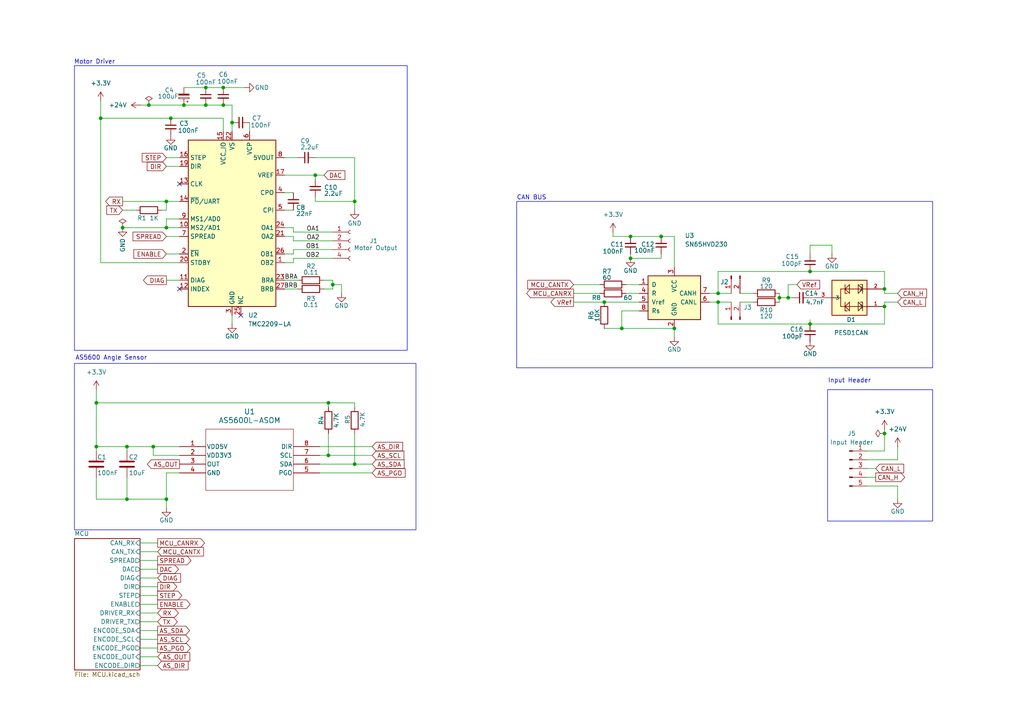
<source format=kicad_sch>
(kicad_sch (version 20250114) (generator "eeschema") (generator_version "9.0")
  (paper "A4")
  (lib_symbols
    (symbol "AS5600L:AS5600L-ASOM" (pin_names (offset 0.254))
      (property "Reference" "U" (at 20.32 10.16 0))
      (property "Value" "AS5600L-ASOM" (at 20.32 7.62 0))
      (symbol "AS5600L-ASOM_0_1"
        (polyline (pts (xy 7.62 5.08) (xy 7.62 -12.7)) (stroke (width 0.127)))
        (polyline (pts (xy 7.62 -12.7) (xy 33.02 -12.7)) (stroke (width 0.127)))
        (polyline (pts (xy 33.02 5.08) (xy 7.62 5.08)) (stroke (width 0.127)))
        (polyline (pts (xy 33.02 -12.7) (xy 33.02 5.08)) (stroke (width 0.127)))
        (pin unspecified line (at 0 0 0) (length 7.62) (name "VDD5V") (number "1"))
        (pin unspecified line (at 0 -2.54 0) (length 7.62) (name "VDD3V3") (number "2"))
        (pin unspecified line (at 0 -5.08 0) (length 7.62) (name "OUT") (number "3"))
        (pin unspecified line (at 0 -7.62 0) (length 7.62) (name "GND") (number "4"))
        (pin unspecified line (at 40.64 0 180) (length 7.62) (name "DIR") (number "8"))
        (pin unspecified line (at 40.64 -2.54 180) (length 7.62) (name "SCL") (number "7"))
        (pin unspecified line (at 40.64 -5.08 180) (length 7.62) (name "SDA") (number "6"))
        (pin unspecified line (at 40.64 -7.62 180) (length 7.62) (name "PGO") (number "5"))
      )
    )
    (symbol "Connector:Conn_01x02_Pin" (pin_names (offset 1.016) (hide yes))
      (property "Reference" "J" (at 0 2.54 0))
      (property "Value" "Conn_01x02_Pin" (at 0 -5.08 0))
      (symbol "Conn_01x02_Pin_1_1"
        (rectangle (start 0.8636 0.127) (end 0 -0.127) (stroke (width 0.1524)) (fill (type outline)))
        (rectangle (start 0.8636 -2.413) (end 0 -2.667) (stroke (width 0.1524)) (fill (type outline)))
        (polyline (pts (xy 1.27 0) (xy 0.8636 0)) (stroke (width 0.1524)))
        (polyline (pts (xy 1.27 -2.54) (xy 0.8636 -2.54)) (stroke (width 0.1524)))
        (pin passive line (at 5.08 0 180) (length 3.81) (name "Pin_1") (number "1"))
        (pin passive line (at 5.08 -2.54 180) (length 3.81) (name "Pin_2") (number "2"))
      )
    )
    (symbol "Connector:Conn_01x04_Socket" (pin_names (offset 1.016) (hide yes))
      (property "Reference" "J" (at 0 5.08 0))
      (property "Value" "Conn_01x04_Socket" (at 0 -7.62 0))
      (symbol "Conn_01x04_Socket_1_1"
        (polyline (pts (xy -1.27 2.54) (xy -0.508 2.54)) (stroke (width 0.1524)))
        (polyline (pts (xy -1.27 0) (xy -0.508 0)) (stroke (width 0.1524)))
        (polyline (pts (xy -1.27 -2.54) (xy -0.508 -2.54)) (stroke (width 0.1524)))
        (polyline (pts (xy -1.27 -5.08) (xy -0.508 -5.08)) (stroke (width 0.1524)))
        (arc (start 0 2.032) (mid -0.5058 2.54) (end 0 3.048) (stroke (width 0.1524)))
        (arc (start 0 -0.508) (mid -0.5058 0) (end 0 0.508) (stroke (width 0.1524)))
        (arc (start 0 -3.048) (mid -0.5058 -2.54) (end 0 -2.032) (stroke (width 0.1524)))
        (arc (start 0 -5.588) (mid -0.5058 -5.08) (end 0 -4.572) (stroke (width 0.1524)))
        (pin passive line (at -5.08 2.54 0) (length 3.81) (name "Pin_1") (number "1"))
        (pin passive line (at -5.08 0 0) (length 3.81) (name "Pin_2") (number "2"))
        (pin passive line (at -5.08 -2.54 0) (length 3.81) (name "Pin_3") (number "3"))
        (pin passive line (at -5.08 -5.08 0) (length 3.81) (name "Pin_4") (number "4"))
      )
    )
    (symbol "Connector:Conn_01x05_Pin" (pin_names (offset 1.016) (hide yes))
      (property "Reference" "J" (at 0 7.62 0))
      (property "Value" "Conn_01x05_Pin" (at 0 -7.62 0))
      (symbol "Conn_01x05_Pin_1_1"
        (rectangle (start 0.8636 5.207) (end 0 4.953) (stroke (width 0.1524)) (fill (type outline)))
        (rectangle (start 0.8636 2.667) (end 0 2.413) (stroke (width 0.1524)) (fill (type outline)))
        (rectangle (start 0.8636 0.127) (end 0 -0.127) (stroke (width 0.1524)) (fill (type outline)))
        (rectangle (start 0.8636 -2.413) (end 0 -2.667) (stroke (width 0.1524)) (fill (type outline)))
        (rectangle (start 0.8636 -4.953) (end 0 -5.207) (stroke (width 0.1524)) (fill (type outline)))
        (polyline (pts (xy 1.27 5.08) (xy 0.8636 5.08)) (stroke (width 0.1524)))
        (polyline (pts (xy 1.27 2.54) (xy 0.8636 2.54)) (stroke (width 0.1524)))
        (polyline (pts (xy 1.27 0) (xy 0.8636 0)) (stroke (width 0.1524)))
        (polyline (pts (xy 1.27 -2.54) (xy 0.8636 -2.54)) (stroke (width 0.1524)))
        (polyline (pts (xy 1.27 -5.08) (xy 0.8636 -5.08)) (stroke (width 0.1524)))
        (pin passive line (at 5.08 5.08 180) (length 3.81) (name "Pin_1") (number "1"))
        (pin passive line (at 5.08 2.54 180) (length 3.81) (name "Pin_2") (number "2"))
        (pin passive line (at 5.08 0 180) (length 3.81) (name "Pin_3") (number "3"))
        (pin passive line (at 5.08 -2.54 180) (length 3.81) (name "Pin_4") (number "4"))
        (pin passive line (at 5.08 -5.08 180) (length 3.81) (name "Pin_5") (number "5"))
      )
    )
    (symbol "Device:C" (pin_numbers (hide yes)) (pin_names (offset 0.254))
      (property "Reference" "C" (at 0.635 2.54 0))
      (property "Value" "C" (at 0.635 -2.54 0))
      (symbol "C_0_1"
        (polyline (pts (xy -2.032 0.762) (xy 2.032 0.762)) (stroke (width 0.508)))
        (polyline (pts (xy -2.032 -0.762) (xy 2.032 -0.762)) (stroke (width 0.508)))
      )
      (symbol "C_1_1"
        (pin passive line (at 0 3.81 270) (length 2.794) (name "~") (number "1"))
        (pin passive line (at 0 -3.81 90) (length 2.794) (name "~") (number "2"))
      )
    )
    (symbol "Device:C_Polarized_Small" (pin_numbers (hide yes)) (pin_names (offset 0.254) (hide yes))
      (property "Reference" "C" (at 0.254 1.778 0))
      (property "Value" "C_Polarized_Small" (at 0.254 -2.032 0))
      (symbol "C_Polarized_Small_0_1"
        (rectangle (start -1.524 0.6858) (end 1.524 0.3048))
        (rectangle (start -1.524 -0.3048) (end 1.524 -0.6858) (fill (type outline)))
        (polyline (pts (xy -1.27 1.524) (xy -0.762 1.524)))
        (polyline (pts (xy -1.016 1.27) (xy -1.016 1.778)))
      )
      (symbol "C_Polarized_Small_1_1"
        (pin passive line (at 0 2.54 270) (length 1.8542) (name "~") (number "1"))
        (pin passive line (at 0 -2.54 90) (length 1.8542) (name "~") (number "2"))
      )
    )
    (symbol "Device:C_Small" (pin_numbers (hide yes)) (pin_names (offset 0.254) (hide yes))
      (property "Reference" "C" (at 0.254 1.778 0))
      (property "Value" "C_Small" (at 0.254 -2.032 0))
      (symbol "C_Small_0_1"
        (polyline (pts (xy -1.524 0.508) (xy 1.524 0.508)) (stroke (width 0.3048)))
        (polyline (pts (xy -1.524 -0.508) (xy 1.524 -0.508)) (stroke (width 0.3302)))
      )
      (symbol "C_Small_1_1"
        (pin passive line (at 0 2.54 270) (length 2.032) (name "~") (number "1"))
        (pin passive line (at 0 -2.54 90) (length 2.032) (name "~") (number "2"))
      )
    )
    (symbol "Device:R" (pin_numbers (hide yes)) (pin_names (offset 0))
      (property "Reference" "R" (at 2.032 0 90))
      (property "Value" "R" (at 0 0 90))
      (symbol "R_0_1"
        (rectangle (start -1.016 -2.54) (end 1.016 2.54) (stroke (width 0.254)))
      )
      (symbol "R_1_1"
        (pin passive line (at 0 3.81 270) (length 1.27) (name "~") (number "1"))
        (pin passive line (at 0 -3.81 90) (length 1.27) (name "~") (number "2"))
      )
    )
    (symbol "Driver_Motor:TMC2209-LA"
      (property "Reference" "U" (at -11.684 26.924 0))
      (property "Value" "TMC2209-LA" (at 13.208 26.924 0))
      (symbol "TMC2209-LA_0_1"
        (rectangle (start -12.7 25.4) (end 12.7 -22.86) (stroke (width 0.254)) (fill (type background)))
      )
      (symbol "TMC2209-LA_1_1"
        (pin input line (at -15.24 20.32 0) (length 2.54) (name "STEP") (number "16"))
        (pin input line (at -15.24 17.78 0) (length 2.54) (name "DIR") (number "19"))
        (pin input line (at -15.24 12.7 0) (length 2.54) (name "CLK") (number "13"))
        (pin bidirectional line (at -15.24 7.62 0) (length 2.54) (name "~{PD}/UART") (number "14"))
        (pin input line (at -15.24 2.54 0) (length 2.54) (name "MS1/AD0") (number "9"))
        (pin input line (at -15.24 0 0) (length 2.54) (name "MS2/AD1") (number "10"))
        (pin input line (at -15.24 -2.54 0) (length 2.54) (name "SPREAD") (number "7"))
        (pin input line (at -15.24 -7.62 0) (length 2.54) (name "~{EN}") (number "2"))
        (pin input line (at -15.24 -10.16 0) (length 2.54) (name "STDBY") (number "20"))
        (pin output line (at -15.24 -15.24 0) (length 2.54) (name "DIAG") (number "11"))
        (pin output line (at -15.24 -17.78 0) (length 2.54) (name "INDEX") (number "12"))
        (pin power_in line (at -2.54 27.94 270) (length 2.54) (name "VCC_IO") (number "15"))
        (pin power_in line (at 0 27.94 270) (length 2.54) (name "VS") (number "22"))
        (pin passive line (at 0 27.94 270) (length 2.54) (hide yes) (name "VS") (number "28"))
        (pin passive line (at 0 -25.4 90) (length 2.54) (hide yes) (name "GND") (number "18"))
        (pin passive line (at 0 -25.4 90) (length 2.54) (hide yes) (name "GND") (number "29"))
        (pin power_in line (at 0 -25.4 90) (length 2.54) (name "GND") (number "3"))
        (pin passive line (at 2.54 -25.4 90) (length 2.54) (name "NC") (number "25"))
        (pin output line (at 5.08 27.94 270) (length 2.54) (name "VCP") (number "6"))
        (pin power_out line (at 15.24 20.32 180) (length 2.54) (name "5VOUT") (number "8"))
        (pin passive line (at 15.24 15.24 180) (length 2.54) (name "VREF") (number "17"))
        (pin input line (at 15.24 10.16 180) (length 2.54) (name "CPO") (number "4"))
        (pin input line (at 15.24 5.08 180) (length 2.54) (name "CPI") (number "5"))
        (pin output line (at 15.24 0 180) (length 2.54) (name "OA1") (number "24"))
        (pin output line (at 15.24 -2.54 180) (length 2.54) (name "OA2") (number "21"))
        (pin output line (at 15.24 -7.62 180) (length 2.54) (name "OB1") (number "26"))
        (pin output line (at 15.24 -10.16 180) (length 2.54) (name "OB2") (number "1"))
        (pin input line (at 15.24 -15.24 180) (length 2.54) (name "BRA") (number "23"))
        (pin input line (at 15.24 -17.78 180) (length 2.54) (name "BRB") (number "27"))
      )
    )
    (symbol "Interface_CAN_LIN:SN65HVD230" (pin_names (offset 1.016))
      (property "Reference" "U" (at -2.54 10.16 0))
      (property "Value" "SN65HVD230" (at -2.54 7.62 0))
      (symbol "SN65HVD230_0_1"
        (rectangle (start -7.62 5.08) (end 7.62 -7.62) (stroke (width 0.254)) (fill (type background)))
      )
      (symbol "SN65HVD230_1_1"
        (pin input line (at -10.16 2.54 0) (length 2.54) (name "D") (number "1"))
        (pin output line (at -10.16 0 0) (length 2.54) (name "R") (number "4"))
        (pin output line (at -10.16 -2.54 0) (length 2.54) (name "Vref") (number "5"))
        (pin input line (at -10.16 -5.08 0) (length 2.54) (name "Rs") (number "8"))
        (pin power_in line (at 0 7.62 270) (length 2.54) (name "VCC") (number "3"))
        (pin power_in line (at 0 -10.16 90) (length 2.54) (name "GND") (number "2"))
        (pin bidirectional line (at 10.16 0 180) (length 2.54) (name "CANH") (number "7"))
        (pin bidirectional line (at 10.16 -2.54 180) (length 2.54) (name "CANL") (number "6"))
      )
    )
    (symbol "PESD1CAN:PESD1CAN" (pin_names (offset 1.016))
      (property "Reference" "D" (at 0 11.4366 0))
      (property "Value" "PESD1CAN" (at 0 -2.542 0))
      (symbol "PESD1CAN_0_0"
        (polyline (pts (xy 0 7.62) (xy 1.27 7.62)) (stroke (width 0.2032)))
        (polyline (pts (xy 0 2.54) (xy 1.27 2.54)) (stroke (width 0.2032)))
        (rectangle (start 0 0) (end 10.16 10.16) (stroke (width 0.254)) (fill (type background)))
        (polyline (pts (xy 1.27 8.89) (xy 1.27 7.62)) (stroke (width 0.2032)))
        (polyline (pts (xy 1.27 7.62) (xy 1.27 6.35)) (stroke (width 0.2032)))
        (polyline (pts (xy 1.27 7.62) (xy 2.54 8.89)) (stroke (width 0.2032)))
        (polyline (pts (xy 1.27 7.62) (xy 6.35 7.62)) (stroke (width 0.2032)))
        (polyline (pts (xy 1.27 6.35) (xy 1.905 6.35)) (stroke (width 0.2032)))
        (polyline (pts (xy 1.27 3.81) (xy 1.27 2.54)) (stroke (width 0.2032)))
        (polyline (pts (xy 1.27 2.54) (xy 1.27 1.27)) (stroke (width 0.2032)))
        (polyline (pts (xy 1.27 2.54) (xy 2.54 3.81)) (stroke (width 0.2032)))
        (polyline (pts (xy 1.27 2.54) (xy 6.35 2.54)) (stroke (width 0.2032)))
        (polyline (pts (xy 1.27 1.27) (xy 1.905 1.27)) (stroke (width 0.2032)))
        (polyline (pts (xy 2.54 8.89) (xy 2.54 6.35)) (stroke (width 0.2032)))
        (polyline (pts (xy 2.54 6.35) (xy 1.27 7.62)) (stroke (width 0.2032)))
        (polyline (pts (xy 2.54 3.81) (xy 2.54 1.27)) (stroke (width 0.2032)))
        (polyline (pts (xy 2.54 1.27) (xy 1.27 2.54)) (stroke (width 0.2032)))
        (polyline (pts (xy 5.08 8.89) (xy 5.08 6.35)) (stroke (width 0.2032)))
        (polyline (pts (xy 5.08 6.35) (xy 6.35 7.62)) (stroke (width 0.2032)))
        (polyline (pts (xy 5.08 3.81) (xy 5.08 1.27)) (stroke (width 0.2032)))
        (polyline (pts (xy 5.08 1.27) (xy 6.35 2.54)) (stroke (width 0.2032)))
        (polyline (pts (xy 6.35 8.89) (xy 5.715 8.89)) (stroke (width 0.2032)))
        (polyline (pts (xy 6.35 7.62) (xy 5.08 8.89)) (stroke (width 0.2032)))
        (polyline (pts (xy 6.35 7.62) (xy 6.35 8.89)) (stroke (width 0.2032)))
        (polyline (pts (xy 6.35 7.62) (xy 7.62 7.62)) (stroke (width 0.2032)))
        (polyline (pts (xy 6.35 6.35) (xy 6.35 7.62)) (stroke (width 0.2032)))
        (polyline (pts (xy 6.35 3.81) (xy 5.715 3.81)) (stroke (width 0.2032)))
        (polyline (pts (xy 6.35 2.54) (xy 5.08 3.81)) (stroke (width 0.2032)))
        (polyline (pts (xy 6.35 2.54) (xy 6.35 3.81)) (stroke (width 0.2032)))
        (polyline (pts (xy 6.35 2.54) (xy 7.62 2.54)) (stroke (width 0.2032)))
        (polyline (pts (xy 6.35 1.27) (xy 6.35 2.54)) (stroke (width 0.2032)))
        (polyline (pts (xy 7.62 7.62) (xy 7.62 5.08)) (stroke (width 0.2032)))
        (polyline (pts (xy 7.62 5.08) (xy 7.62 2.54)) (stroke (width 0.2032)))
        (polyline (pts (xy 7.62 5.08) (xy 10.16 5.08)) (stroke (width 0.2032)))
        (pin bidirectional line (at -5.08 7.62 0) (length 5.08) (name "1") (number "1"))
        (pin bidirectional line (at -5.08 2.54 0) (length 5.08) (name "2") (number "2"))
        (pin bidirectional line (at 15.24 5.08 180) (length 5.08) (name "3") (number "3"))
      )
    )
    (symbol "power:+24V" (power) (pin_numbers (hide yes)) (pin_names (offset 0) (hide yes))
      (property "Value" "+24V" (at 0 3.556 0))
      (symbol "+24V_0_1"
        (polyline (pts (xy -0.762 1.27) (xy 0 2.54)))
        (polyline (pts (xy 0 2.54) (xy 0.762 1.27)))
        (polyline (pts (xy 0 0) (xy 0 2.54)))
      )
      (symbol "+24V_1_1"
        (pin power_in line (at 0 0 90) (length 0) (name "~") (number "1"))
      )
    )
    (symbol "power:+3.3V" (power) (pin_numbers (hide yes)) (pin_names (offset 0) (hide yes))
      (property "Value" "+3.3V" (at 0 3.556 0))
      (symbol "+3.3V_0_1"
        (polyline (pts (xy -0.762 1.27) (xy 0 2.54)))
        (polyline (pts (xy 0 2.54) (xy 0.762 1.27)))
        (polyline (pts (xy 0 0) (xy 0 2.54)))
      )
      (symbol "+3.3V_1_1"
        (pin power_in line (at 0 0 90) (length 0) (name "~") (number "1"))
      )
    )
    (symbol "power:GND" (power) (pin_numbers (hide yes)) (pin_names (offset 0) (hide yes))
      (property "Value" "GND" (at 0 -3.81 0))
      (symbol "GND_0_1"
        (polyline (pts (xy 0 0) (xy 0 -1.27) (xy 1.27 -1.27) (xy 0 -2.54) (xy -1.27 -1.27) (xy 0 -1.27)))
      )
      (symbol "GND_1_1"
        (pin power_in line (at 0 0 270) (length 0) (name "~") (number "1"))
      )
    )
    (symbol "power:PWR_FLAG" (power) (pin_numbers (hide yes)) (pin_names (offset 0) (hide yes))
      (property "Value" "PWR_FLAG" (at 0 3.81 0))
      (symbol "PWR_FLAG_0_0"
        (pin power_out line (at 0 0 90) (length 0) (name "~") (number "1"))
      )
      (symbol "PWR_FLAG_0_1"
        (polyline (pts (xy 0 0) (xy 0 1.27) (xy -1.016 1.905) (xy 0 2.54) (xy 1.016 1.905) (xy 0 1.27)))
      )
    )
  )
  (rectangle (start 149.86 58.42) (end 270.51 106.68))
  (rectangle (start 21.59 105.41) (end 120.65 153.67))
  (rectangle (start 240.03 113.03) (end 270.51 151.13))
  (rectangle (start 21.59 19.05) (end 118.11 101.6))
  (text "Input Header" (at 246.38 110.49 0) (effects (font (size 1.27 1.27))))
  (text "Motor Driver" (at 27.432 18.034 0) (effects (font (size 1.27 1.27))))
  (text "AS5600 Angle Sensor" (at 32.258 103.886 0) (effects (font (size 1.27 1.27))))
  (text "CAN BUS" (at 149.86 57.404 0) (effects (font (size 1.27 1.27)) (justify left)))
  (junction (at 36.83 129.54))
  (junction (at 182.88 68.58))
  (junction (at 95.25 132.08))
  (junction (at 208.28 87.63))
  (junction (at 64.77 25.4))
  (junction (at 234.95 78.74))
  (junction (at 59.69 25.4))
  (junction (at 49.53 34.29))
  (junction (at 59.69 30.48))
  (junction (at 234.95 93.98))
  (junction (at 180.34 95.25))
  (junction (at 96.52 82.55))
  (junction (at 208.28 85.09))
  (junction (at 44.45 129.54))
  (junction (at 29.21 34.29))
  (junction (at 191.77 68.58))
  (junction (at 27.94 129.54))
  (junction (at 35.56 66.04))
  (junction (at 43.18 30.48))
  (junction (at 91.44 50.8))
  (junction (at 256.54 83.82))
  (junction (at 95.25 116.84))
  (junction (at 226.06 86.36))
  (junction (at 256.54 88.9))
  (junction (at 102.87 58.42))
  (junction (at 102.87 134.62))
  (junction (at 36.83 144.78))
  (junction (at 195.58 95.25))
  (junction (at 256.54 125.73))
  (junction (at 48.26 58.42))
  (junction (at 182.88 74.93))
  (junction (at 48.26 144.78))
  (junction (at 27.94 116.84))
  (junction (at 228.6 86.36))
  (junction (at 67.31 35.56))
  (junction (at 64.77 30.48))
  (junction (at 48.26 66.04))
  (junction (at 175.26 87.63))
  (junction (at 53.34 30.48))
  (no_connect (at 69.85 91.44))
  (no_connect (at 52.07 83.82))
  (no_connect (at 52.07 53.34))
  (wire (pts (xy 182.88 68.58) (xy 191.77 68.58)))
  (wire (pts (xy 40.64 30.48) (xy 43.18 30.48)))
  (wire (pts (xy 102.87 116.84) (xy 102.87 118.11)))
  (wire (pts (xy 40.64 187.96) (xy 45.72 187.96)))
  (wire (pts (xy 35.56 66.04) (xy 48.26 66.04)))
  (wire (pts (xy 96.52 83.82) (xy 93.98 83.82)))
  (wire (pts (xy 35.56 60.96) (xy 39.37 60.96)))
  (wire (pts (xy 29.21 34.29) (xy 49.53 34.29)))
  (wire (pts (xy 49.53 34.29) (xy 64.77 34.29)))
  (wire (pts (xy 91.44 57.15) (xy 91.44 58.42)))
  (wire (pts (xy 82.55 81.28) (xy 86.36 81.28)))
  (wire (pts (xy 102.87 60.96) (xy 102.87 58.42)))
  (wire (pts (xy 99.06 82.55) (xy 99.06 85.09)))
  (wire (pts (xy 234.95 71.12) (xy 241.3 71.12)))
  (wire (pts (xy 85.09 72.39) (xy 85.09 73.66)))
  (wire (pts (xy 36.83 144.78) (xy 48.26 144.78)))
  (wire (pts (xy 234.95 73.66) (xy 234.95 71.12)))
  (wire (pts (xy 82.55 55.88) (xy 85.09 55.88)))
  (wire (pts (xy 40.64 165.1) (xy 45.72 165.1)))
  (wire (pts (xy 228.6 82.55) (xy 228.6 86.36)))
  (wire (pts (xy 234.95 78.74) (xy 208.28 78.74)))
  (wire (pts (xy 212.09 85.09) (xy 208.28 85.09)))
  (wire (pts (xy 102.87 134.62) (xy 107.95 134.62)))
  (wire (pts (xy 40.64 193.04) (xy 45.72 193.04)))
  (wire (pts (xy 48.26 73.66) (xy 52.07 73.66)))
  (wire (pts (xy 36.83 129.54) (xy 44.45 129.54)))
  (wire (pts (xy 181.61 85.09) (xy 185.42 85.09)))
  (wire (pts (xy 166.37 82.55) (xy 173.99 82.55)))
  (wire (pts (xy 234.95 93.98) (xy 208.28 93.98)))
  (wire (pts (xy 166.37 87.63) (xy 175.26 87.63)))
  (wire (pts (xy 36.83 138.43) (xy 36.83 144.78)))
  (wire (pts (xy 191.77 73.66) (xy 191.77 74.93)))
  (wire (pts (xy 43.18 30.48) (xy 53.34 30.48)))
  (wire (pts (xy 48.26 60.96) (xy 48.26 58.42)))
  (wire (pts (xy 52.07 137.16) (xy 48.26 137.16)))
  (wire (pts (xy 92.71 134.62) (xy 102.87 134.62)))
  (wire (pts (xy 40.64 182.88) (xy 45.72 182.88)))
  (wire (pts (xy 95.25 116.84) (xy 102.87 116.84)))
  (wire (pts (xy 44.45 132.08) (xy 44.45 129.54)))
  (wire (pts (xy 251.46 130.81) (xy 256.54 130.81)))
  (wire (pts (xy 40.64 175.26) (xy 45.72 175.26)))
  (wire (pts (xy 40.64 167.64) (xy 45.72 167.64)))
  (wire (pts (xy 226.06 86.36) (xy 226.06 87.63)))
  (wire (pts (xy 182.88 73.66) (xy 182.88 74.93)))
  (wire (pts (xy 40.64 172.72) (xy 45.72 172.72)))
  (wire (pts (xy 256.54 93.98) (xy 256.54 88.9)))
  (wire (pts (xy 27.94 129.54) (xy 36.83 129.54)))
  (wire (pts (xy 260.35 87.63) (xy 256.54 87.63)))
  (wire (pts (xy 48.26 58.42) (xy 35.56 58.42)))
  (wire (pts (xy 85.09 69.85) (xy 96.52 69.85)))
  (wire (pts (xy 212.09 87.63) (xy 208.28 87.63)))
  (wire (pts (xy 256.54 125.73) (xy 256.54 130.81)))
  (wire (pts (xy 251.46 133.35) (xy 260.35 133.35)))
  (wire (pts (xy 29.21 29.21) (xy 29.21 34.29)))
  (wire (pts (xy 85.09 74.93) (xy 85.09 76.2)))
  (wire (pts (xy 260.35 85.09) (xy 256.54 85.09)))
  (wire (pts (xy 218.44 87.63) (xy 214.63 87.63)))
  (wire (pts (xy 102.87 125.73) (xy 102.87 134.62)))
  (wire (pts (xy 82.55 50.8) (xy 91.44 50.8)))
  (wire (pts (xy 91.44 45.72) (xy 102.87 45.72)))
  (wire (pts (xy 91.44 52.07) (xy 91.44 50.8)))
  (wire (pts (xy 48.26 81.28) (xy 52.07 81.28)))
  (wire (pts (xy 82.55 73.66) (xy 85.09 73.66)))
  (wire (pts (xy 40.64 180.34) (xy 45.72 180.34)))
  (wire (pts (xy 36.83 130.81) (xy 36.83 129.54)))
  (wire (pts (xy 91.44 50.8) (xy 93.98 50.8)))
  (wire (pts (xy 67.31 91.44) (xy 67.31 93.98)))
  (wire (pts (xy 40.64 185.42) (xy 45.72 185.42)))
  (wire (pts (xy 72.39 35.56) (xy 72.39 38.1)))
  (wire (pts (xy 67.31 30.48) (xy 64.77 30.48)))
  (wire (pts (xy 205.74 87.63) (xy 208.28 87.63)))
  (wire (pts (xy 48.26 58.42) (xy 52.07 58.42)))
  (wire (pts (xy 251.46 135.89) (xy 254 135.89)))
  (wire (pts (xy 177.8 68.58) (xy 182.88 68.58)))
  (wire (pts (xy 208.28 78.74) (xy 208.28 85.09)))
  (wire (pts (xy 195.58 68.58) (xy 195.58 77.47)))
  (wire (pts (xy 208.28 93.98) (xy 208.28 87.63)))
  (wire (pts (xy 102.87 45.72) (xy 102.87 58.42)))
  (wire (pts (xy 48.26 68.58) (xy 52.07 68.58)))
  (wire (pts (xy 53.34 30.48) (xy 59.69 30.48)))
  (wire (pts (xy 234.95 93.98) (xy 234.95 92.71)))
  (wire (pts (xy 191.77 68.58) (xy 195.58 68.58)))
  (wire (pts (xy 46.99 60.96) (xy 48.26 60.96)))
  (wire (pts (xy 256.54 78.74) (xy 256.54 83.82)))
  (wire (pts (xy 234.95 93.98) (xy 256.54 93.98)))
  (wire (pts (xy 86.36 45.72) (xy 82.55 45.72)))
  (wire (pts (xy 48.26 48.26) (xy 52.07 48.26)))
  (wire (pts (xy 95.25 116.84) (xy 95.25 118.11)))
  (wire (pts (xy 96.52 82.55) (xy 96.52 83.82)))
  (wire (pts (xy 180.34 90.17) (xy 185.42 90.17)))
  (wire (pts (xy 85.09 68.58) (xy 85.09 69.85)))
  (wire (pts (xy 256.54 124.46) (xy 256.54 125.73)))
  (wire (pts (xy 40.64 177.8) (xy 45.72 177.8)))
  (wire (pts (xy 96.52 82.55) (xy 99.06 82.55)))
  (wire (pts (xy 82.55 60.96) (xy 85.09 60.96)))
  (wire (pts (xy 218.44 85.09) (xy 214.63 85.09)))
  (wire (pts (xy 27.94 144.78) (xy 36.83 144.78)))
  (wire (pts (xy 82.55 66.04) (xy 85.09 66.04)))
  (wire (pts (xy 27.94 116.84) (xy 95.25 116.84)))
  (wire (pts (xy 95.25 125.73) (xy 95.25 132.08)))
  (wire (pts (xy 226.06 86.36) (xy 228.6 86.36)))
  (wire (pts (xy 52.07 76.2) (xy 29.21 76.2)))
  (wire (pts (xy 96.52 81.28) (xy 96.52 82.55)))
  (wire (pts (xy 27.94 113.03) (xy 27.94 116.84)))
  (wire (pts (xy 226.06 85.09) (xy 226.06 86.36)))
  (wire (pts (xy 231.14 82.55) (xy 228.6 82.55)))
  (wire (pts (xy 48.26 63.5) (xy 48.26 66.04)))
  (wire (pts (xy 40.64 170.18) (xy 45.72 170.18)))
  (wire (pts (xy 59.69 30.48) (xy 64.77 30.48)))
  (wire (pts (xy 48.26 45.72) (xy 52.07 45.72)))
  (wire (pts (xy 67.31 35.56) (xy 67.31 30.48)))
  (wire (pts (xy 85.09 74.93) (xy 96.52 74.93)))
  (wire (pts (xy 27.94 138.43) (xy 27.94 144.78)))
  (wire (pts (xy 92.71 129.54) (xy 107.95 129.54)))
  (wire (pts (xy 53.34 25.4) (xy 59.69 25.4)))
  (wire (pts (xy 256.54 85.09) (xy 256.54 83.82)))
  (wire (pts (xy 180.34 95.25) (xy 195.58 95.25)))
  (wire (pts (xy 256.54 87.63) (xy 256.54 88.9)))
  (wire (pts (xy 85.09 67.31) (xy 96.52 67.31)))
  (wire (pts (xy 180.34 90.17) (xy 180.34 95.25)))
  (wire (pts (xy 82.55 83.82) (xy 86.36 83.82)))
  (wire (pts (xy 177.8 67.31) (xy 177.8 68.58)))
  (wire (pts (xy 27.94 130.81) (xy 27.94 129.54)))
  (wire (pts (xy 251.46 140.97) (xy 260.35 140.97)))
  (wire (pts (xy 260.35 140.97) (xy 260.35 144.78)))
  (wire (pts (xy 195.58 95.25) (xy 195.58 97.79)))
  (wire (pts (xy 40.64 157.48) (xy 45.72 157.48)))
  (wire (pts (xy 234.95 86.36) (xy 236.22 86.36)))
  (wire (pts (xy 59.69 25.4) (xy 64.77 25.4)))
  (wire (pts (xy 64.77 25.4) (xy 71.12 25.4)))
  (wire (pts (xy 40.64 190.5) (xy 45.72 190.5)))
  (wire (pts (xy 82.55 76.2) (xy 85.09 76.2)))
  (wire (pts (xy 175.26 95.25) (xy 180.34 95.25)))
  (wire (pts (xy 181.61 82.55) (xy 185.42 82.55)))
  (wire (pts (xy 64.77 34.29) (xy 64.77 38.1)))
  (wire (pts (xy 95.25 132.08) (xy 107.95 132.08)))
  (wire (pts (xy 175.26 87.63) (xy 185.42 87.63)))
  (wire (pts (xy 251.46 138.43) (xy 254 138.43)))
  (wire (pts (xy 93.98 81.28) (xy 96.52 81.28)))
  (wire (pts (xy 27.94 116.84) (xy 27.94 129.54)))
  (wire (pts (xy 234.95 78.74) (xy 256.54 78.74)))
  (wire (pts (xy 67.31 35.56) (xy 67.31 38.1)))
  (wire (pts (xy 92.71 132.08) (xy 95.25 132.08)))
  (wire (pts (xy 52.07 63.5) (xy 48.26 63.5)))
  (wire (pts (xy 40.64 162.56) (xy 45.72 162.56)))
  (wire (pts (xy 44.45 129.54) (xy 52.07 129.54)))
  (wire (pts (xy 92.71 137.16) (xy 107.95 137.16)))
  (wire (pts (xy 85.09 66.04) (xy 85.09 67.31)))
  (wire (pts (xy 82.55 68.58) (xy 85.09 68.58)))
  (wire (pts (xy 241.3 71.12) (xy 241.3 73.66)))
  (wire (pts (xy 48.26 66.04) (xy 52.07 66.04)))
  (wire (pts (xy 205.74 85.09) (xy 208.28 85.09)))
  (wire (pts (xy 48.26 147.32) (xy 48.26 144.78)))
  (wire (pts (xy 40.64 160.02) (xy 45.72 160.02)))
  (wire (pts (xy 91.44 58.42) (xy 102.87 58.42)))
  (wire (pts (xy 228.6 86.36) (xy 229.87 86.36)))
  (wire (pts (xy 166.37 85.09) (xy 173.99 85.09)))
  (wire (pts (xy 191.77 74.93) (xy 182.88 74.93)))
  (wire (pts (xy 48.26 137.16) (xy 48.26 144.78)))
  (wire (pts (xy 52.07 132.08) (xy 44.45 132.08)))
  (wire (pts (xy 260.35 129.54) (xy 260.35 133.35)))
  (wire (pts (xy 29.21 76.2) (xy 29.21 34.29)))
  (wire (pts (xy 85.09 72.39) (xy 96.52 72.39)))
  (label "BRB" (at 86.36 83.82 180))
  (label "OB1" (at 92.71 72.39 180))
  (label "OA1" (at 92.71 67.31 180))
  (label "OB2" (at 92.71 74.93 180))
  (label "OA2" (at 92.71 69.85 180))
  (label "BRA" (at 86.36 81.28 180))
  (global_label "MCU_CANTX" (shape input) (at 166.37 82.55 180) (property "Intersheetrefs" "${INTERSHEET_REFS}" (effects (hide yes))))
  (global_label "TX" (shape input) (at 35.56 60.96 180) (property "Intersheetrefs" "${INTERSHEET_REFS}" (effects (hide yes))))
  (global_label "DIAG" (shape output) (at 48.26 81.28 180) (property "Intersheetrefs" "${INTERSHEET_REFS}" (effects (hide yes))))
  (global_label "TX" (shape bidirectional) (at 45.72 180.34 0) (property "Intersheetrefs" "${INTERSHEET_REFS}" (effects (hide yes))))
  (global_label "DIR" (shape output) (at 45.72 170.18 0) (property "Intersheetrefs" "${INTERSHEET_REFS}" (effects (hide yes))))
  (global_label "SPREAD" (shape output) (at 45.72 162.56 0) (property "Intersheetrefs" "${INTERSHEET_REFS}" (effects (hide yes))))
  (global_label "AS_OUT" (shape input) (at 45.72 190.5 0) (property "Intersheetrefs" "${INTERSHEET_REFS}" (effects (hide yes))))
  (global_label "CAN_H" (shape input) (at 260.35 85.09 0) (property "Intersheetrefs" "${INTERSHEET_REFS}" (effects (hide yes))))
  (global_label "AS_DIR" (shape input) (at 45.72 193.04 0) (property "Intersheetrefs" "${INTERSHEET_REFS}" (effects (hide yes))))
  (global_label "AS_SDA" (shape output) (at 45.72 182.88 0) (property "Intersheetrefs" "${INTERSHEET_REFS}" (effects (hide yes))))
  (global_label "CAN_H" (shape output) (at 254 138.43 0) (property "Intersheetrefs" "${INTERSHEET_REFS}" (effects (hide yes))))
  (global_label "AS_DIR" (shape input) (at 107.95 129.54 0) (property "Intersheetrefs" "${INTERSHEET_REFS}" (effects (hide yes))))
  (global_label "AS_OUT" (shape output) (at 52.07 134.62 180) (property "Intersheetrefs" "${INTERSHEET_REFS}" (effects (hide yes))))
  (global_label "STEP" (shape input) (at 48.26 45.72 180) (property "Intersheetrefs" "${INTERSHEET_REFS}" (effects (hide yes))))
  (global_label "MCU_CANRX" (shape output) (at 45.72 157.48 0) (property "Intersheetrefs" "${INTERSHEET_REFS}" (effects (hide yes))))
  (global_label "AS_PGO" (shape input) (at 107.95 137.16 0) (property "Intersheetrefs" "${INTERSHEET_REFS}" (effects (hide yes))))
  (global_label "AS_PGO" (shape output) (at 45.72 187.96 0) (property "Intersheetrefs" "${INTERSHEET_REFS}" (effects (hide yes))))
  (global_label "AS_SDA" (shape input) (at 107.95 134.62 0) (property "Intersheetrefs" "${INTERSHEET_REFS}" (effects (hide yes))))
  (global_label "DIR" (shape input) (at 48.26 48.26 180) (property "Intersheetrefs" "${INTERSHEET_REFS}" (effects (hide yes))))
  (global_label "RX" (shape bidirectional) (at 45.72 177.8 0) (property "Intersheetrefs" "${INTERSHEET_REFS}" (effects (hide yes))))
  (global_label "MCU_CANRX" (shape output) (at 166.37 85.09 180) (property "Intersheetrefs" "${INTERSHEET_REFS}" (effects (hide yes))))
  (global_label "MCU_CANTX" (shape input) (at 45.72 160.02 0) (property "Intersheetrefs" "${INTERSHEET_REFS}" (effects (hide yes))))
  (global_label "ENABLE" (shape input) (at 48.26 73.66 180) (property "Intersheetrefs" "${INTERSHEET_REFS}" (effects (hide yes))))
  (global_label "AS_SCL" (shape output) (at 45.72 185.42 0) (property "Intersheetrefs" "${INTERSHEET_REFS}" (effects (hide yes))))
  (global_label "CAN_L" (shape input) (at 254 135.89 0) (property "Intersheetrefs" "${INTERSHEET_REFS}" (effects (hide yes))))
  (global_label "AS_SCL" (shape input) (at 107.95 132.08 0) (property "Intersheetrefs" "${INTERSHEET_REFS}" (effects (hide yes))))
  (global_label "STEP" (shape output) (at 45.72 172.72 0) (property "Intersheetrefs" "${INTERSHEET_REFS}" (effects (hide yes))))
  (global_label "VRef" (shape input) (at 231.14 82.55 0) (property "Intersheetrefs" "${INTERSHEET_REFS}" (effects (hide yes))))
  (global_label "ENABLE" (shape output) (at 45.72 175.26 0) (property "Intersheetrefs" "${INTERSHEET_REFS}" (effects (hide yes))))
  (global_label "SPREAD" (shape input) (at 48.26 68.58 180) (property "Intersheetrefs" "${INTERSHEET_REFS}" (effects (hide yes))))
  (global_label "VRef" (shape output) (at 166.37 87.63 180) (property "Intersheetrefs" "${INTERSHEET_REFS}" (effects (hide yes))))
  (global_label "DAC" (shape input) (at 93.98 50.8 0) (property "Intersheetrefs" "${INTERSHEET_REFS}" (effects (hide yes))))
  (global_label "CAN_L" (shape input) (at 260.35 87.63 0) (property "Intersheetrefs" "${INTERSHEET_REFS}" (effects (hide yes))))
  (global_label "RX" (shape output) (at 35.56 58.42 180) (property "Intersheetrefs" "${INTERSHEET_REFS}" (effects (hide yes))))
  (global_label "DIAG" (shape input) (at 45.72 167.64 0) (property "Intersheetrefs" "${INTERSHEET_REFS}" (effects (hide yes))))
  (global_label "DAC" (shape output) (at 45.72 165.1 0) (property "Intersheetrefs" "${INTERSHEET_REFS}" (effects (hide yes))))
  (symbol (lib_id "power:+24V") (at 260.35 129.54 0) (unit 1)
    (property "Reference" "#PWR020" (effects (hide yes)))
    (property "Value" "+24V" (at 260.35 124.46 0))
    (property "Description" "Power symbol creates a global label with name \"+24V\"" (effects (hide yes)))
  )
  (symbol (lib_id "Device:R") (at 102.87 121.92 0) (unit 1)
    (property "Reference" "R5" (at 100.838 121.666 90))
    (property "Value" "4.7K" (at 105.156 121.666 90))
    (property "Footprint" "Resistor_SMD:R_0603_1608Metric_Pad0.98x0.95mm_HandSolder" (effects (hide yes)))
    (property "Description" "Resistor" (effects (hide yes)))
  )
  (symbol (lib_id "Connector:Conn_01x05_Pin") (at 246.38 135.89 0) (unit 1)
    (property "Reference" "J5" (at 247.015 125.73 0))
    (property "Value" "Input Header" (at 247.015 128.27 0))
    (property "Footprint" "Connector_JST:JST_XH_B5B-XH-A_1x05_P2.50mm_Vertical" (effects (hide yes)))
    (property "Description" "Generic connector, single row, 01x05, script generated" (effects (hide yes)))
  )
  (symbol (lib_id "Device:C_Small") (at 88.9 45.72 90) (unit 1)
    (property "Reference" "C9" (at 87.122 40.8878 90) (effects (justify right)))
    (property "Value" "2.2uF" (at 87.122 42.672 90) (effects (justify right)))
    (property "Footprint" "Capacitor_SMD:C_0603_1608Metric_Pad1.08x0.95mm_HandSolder" (effects (hide yes)))
    (property "Description" "Unpolarized capacitor, small symbol" (effects (hide yes)))
  )
  (symbol (lib_id "Device:C") (at 27.94 134.62 180) (unit 1)
    (property "Reference" "C1" (at 28.194 132.588 0) (effects (justify right)))
    (property "Value" "100nF" (at 28.194 137.16 0) (effects (justify right)))
    (property "Footprint" "Capacitor_SMD:C_0603_1608Metric_Pad1.08x0.95mm_HandSolder" (effects (hide yes)))
    (property "Description" "Unpolarized capacitor" (effects (hide yes)))
  )
  (symbol (lib_id "power:GND") (at 102.87 60.96 0) (unit 1)
    (property "Reference" "#PWR010" (effects (hide yes)))
    (property "Value" "GND" (at 102.87 64.77 0))
    (property "Description" "Power symbol creates a global label with name \"GND\" , ground" (effects (hide yes)))
  )
  (symbol (lib_id "power:+3.3V") (at 256.54 124.46 0) (unit 1)
    (property "Reference" "#PWR014" (effects (hide yes)))
    (property "Value" "+3.3V" (at 256.54 119.38 0))
    (property "Description" "Power symbol creates a global label with name \"+3.3V\"" (effects (hide yes)))
  )
  (symbol (lib_id "AS5600L:AS5600L-ASOM") (at 52.07 129.54 0) (unit 1)
    (property "Reference" "U1" (at 72.39 119.38 0) (effects (font (size 1.524 1.524))))
    (property "Value" "AS5600L-ASOM" (at 72.39 121.92 0) (effects (font (size 1.524 1.524))))
    (property "Footprint" "AS5600L:AS5600L-ASOM_AMS-M" (effects (hide yes)))
    (property "Datasheet" "AS5600L-ASOM" (effects (hide yes)))
  )
  (symbol (lib_id "Connector:Conn_01x02_Pin") (at 212.09 92.71 90) (unit 1)
    (property "Reference" "J3" (at 215.646 89.154 90) (effects (justify right)))
    (property "Value" "Conn_01x02_Pin" (effects (hide yes)))
    (property "Footprint" "Connector_PinHeader_2.54mm:PinHeader_1x02_P2.54mm_Vertical" (effects (hide yes)))
    (property "Description" "Generic connector, single row, 01x02, script generated" (effects (hide yes)))
  )
  (symbol (lib_id "Device:R") (at 222.25 85.09 90) (unit 1)
    (property "Reference" "R9" (at 222.25 81.28 90))
    (property "Value" "120" (at 222.25 83.058 90))
    (property "Footprint" "Resistor_SMD:R_0603_1608Metric_Pad0.98x0.95mm_HandSolder" (effects (hide yes)))
    (property "Description" "Resistor" (effects (hide yes)))
  )
  (symbol (lib_id "power:GND") (at 195.58 97.79 0) (unit 1)
    (property "Reference" "#PWR013" (effects (hide yes)))
    (property "Value" "GND" (at 195.58 101.346 0))
    (property "Description" "Power symbol creates a global label with name \"GND\" , ground" (effects (hide yes)))
  )
  (symbol (lib_id "Device:C_Small") (at 91.44 54.61 180) (unit 1)
    (property "Reference" "C10" (at 93.98 54.3498 0) (effects (justify right)))
    (property "Value" "2.2uF" (at 93.98 56.134 0) (effects (justify right)))
    (property "Footprint" "Capacitor_SMD:C_0603_1608Metric_Pad1.08x0.95mm_HandSolder" (effects (hide yes)))
    (property "Description" "Unpolarized capacitor, small symbol" (effects (hide yes)))
  )
  (symbol (lib_id "power:+3.3V") (at 27.94 113.03 0) (unit 1)
    (property "Reference" "#PWR01" (effects (hide yes)))
    (property "Value" "+3.3V" (at 27.94 107.95 0))
    (property "Description" "Power symbol creates a global label with name \"+3.3V\"" (effects (hide yes)))
  )
  (symbol (lib_id "Device:R") (at 90.17 83.82 90) (unit 1)
    (property "Reference" "R3" (at 90.17 86.614 90))
    (property "Value" "0.11" (at 90.17 88.392 90))
    (property "Footprint" "Resistor_SMD:R_0603_1608Metric_Pad0.98x0.95mm_HandSolder" (effects (hide yes)))
    (property "Description" "Resistor" (effects (hide yes)))
  )
  (symbol (lib_id "power:+3.3V") (at 29.21 29.21 0) (unit 1)
    (property "Reference" "#PWR02" (effects (hide yes)))
    (property "Value" "+3.3V" (at 29.21 24.13 0))
    (property "Description" "Power symbol creates a global label with name \"+3.3V\"" (effects (hide yes)))
  )
  (symbol (lib_id "power:GND") (at 48.26 147.32 0) (unit 1)
    (property "Reference" "#PWR05" (effects (hide yes)))
    (property "Value" "GND" (at 48.26 150.876 0))
    (property "Description" "Power symbol creates a global label with name \"GND\" , ground" (effects (hide yes)))
  )
  (symbol (lib_id "Device:R") (at 95.25 121.92 0) (unit 1)
    (property "Reference" "R4" (at 93.218 121.92 90))
    (property "Value" "4.7K" (at 97.536 121.92 90))
    (property "Footprint" "Resistor_SMD:R_0603_1608Metric_Pad0.98x0.95mm_HandSolder" (effects (hide yes)))
    (property "Description" "Resistor" (effects (hide yes)))
  )
  (symbol (lib_id "Device:R") (at 90.17 81.28 270) (unit 1)
    (property "Reference" "R2" (at 90.17 77.216 90))
    (property "Value" "0.11" (at 90.17 78.994 90))
    (property "Footprint" "Resistor_SMD:R_0603_1608Metric_Pad0.98x0.95mm_HandSolder" (effects (hide yes)))
    (property "Description" "Resistor" (effects (hide yes)))
  )
  (symbol (lib_id "Device:R") (at 177.8 85.09 90) (unit 1)
    (property "Reference" "R8" (at 172.974 86.36 90))
    (property "Value" "60" (at 182.118 86.36 90))
    (property "Footprint" "Resistor_SMD:R_0603_1608Metric_Pad0.98x0.95mm_HandSolder" (effects (hide yes)))
    (property "Description" "Resistor" (effects (hide yes)))
  )
  (symbol (lib_id "Device:C_Small") (at 232.41 86.36 90) (unit 1)
    (property "Reference" "C14" (at 233.426 85.09 90) (effects (justify right)))
    (property "Value" "4.7nF" (at 233.68 87.63 90) (effects (justify right)))
    (property "Footprint" "Capacitor_SMD:C_0603_1608Metric_Pad1.08x0.95mm_HandSolder" (effects (hide yes)))
    (property "Description" "Unpolarized capacitor, small symbol" (effects (hide yes)))
  )
  (symbol (lib_id "Device:C_Small") (at 85.09 58.42 0) (unit 1)
    (property "Reference" "C8" (at 85.852 60.198 0) (effects (justify left)))
    (property "Value" "22nF" (at 85.852 61.9822 0) (effects (justify left)))
    (property "Footprint" "Capacitor_SMD:C_0603_1608Metric_Pad1.08x0.95mm_HandSolder" (effects (hide yes)))
    (property "Description" "Unpolarized capacitor, small symbol" (effects (hide yes)))
  )
  (symbol (lib_id "power:PWR_FLAG") (at 256.54 125.73 90) (unit 1)
    (property "Reference" "#FLG04" (effects (hide yes)))
    (property "Value" "PWR_FLAG" (effects (hide yes)))
    (property "Description" "Special symbol for telling ERC where power comes from" (effects (hide yes)))
  )
  (symbol (lib_id "power:GND") (at 67.31 93.98 0) (unit 1)
    (property "Reference" "#PWR07" (effects (hide yes)))
    (property "Value" "GND" (at 67.31 97.536 0))
    (property "Description" "Power symbol creates a global label with name \"GND\" , ground" (effects (hide yes)))
  )
  (symbol (lib_id "Device:C_Small") (at 234.95 76.2 180) (unit 1)
    (property "Reference" "C15" (at 227.838 74.422 0) (effects (justify right)))
    (property "Value" "100pF" (at 226.568 76.454 0) (effects (justify right)))
    (property "Footprint" "Capacitor_SMD:C_0603_1608Metric_Pad1.08x0.95mm_HandSolder" (effects (hide yes)))
    (property "Description" "Unpolarized capacitor, small symbol" (effects (hide yes)))
  )
  (symbol (lib_id "power:GND") (at 99.06 85.09 0) (unit 1)
    (property "Reference" "#PWR09" (effects (hide yes)))
    (property "Value" "GND" (at 99.06 88.646 0))
    (property "Description" "Power symbol creates a global label with name \"GND\" , ground" (effects (hide yes)))
  )
  (symbol (lib_id "Device:C_Small") (at 49.53 36.83 0) (unit 1)
    (property "Reference" "C3" (at 53.34 35.814 0))
    (property "Value" "100nF" (at 54.61 37.846 0))
    (property "Footprint" "Capacitor_SMD:C_0603_1608Metric_Pad1.08x0.95mm_HandSolder" (effects (hide yes)))
    (property "Description" "Unpolarized capacitor, small symbol" (effects (hide yes)))
  )
  (symbol (lib_id "power:GND") (at 234.95 99.06 0) (unit 1)
    (property "Reference" "#PWR016" (effects (hide yes)))
    (property "Value" "GND" (at 234.95 102.616 0))
    (property "Description" "Power symbol creates a global label with name \"GND\" , ground" (effects (hide yes)))
  )
  (symbol (lib_id "Device:C_Polarized_Small") (at 53.34 27.94 180) (unit 1)
    (property "Reference" "C4" (at 47.752 26.162 0) (effects (justify right)))
    (property "Value" "100uF" (at 45.72 27.94 0) (effects (justify right)))
    (property "Footprint" "Capacitor_SMD:C_1210_3225Metric" (effects (hide yes)))
    (property "Description" "Polarized capacitor, small symbol" (effects (hide yes)))
  )
  (symbol (lib_id "power:GND") (at 182.88 74.93 0) (unit 1)
    (property "Reference" "#PWR012" (effects (hide yes)))
    (property "Value" "GND" (at 182.88 78.486 0))
    (property "Description" "Power symbol creates a global label with name \"GND\" , ground" (effects (hide yes)))
  )
  (symbol (lib_id "Device:R") (at 175.26 91.44 180) (unit 1)
    (property "Reference" "R6" (at 171.45 91.44 90))
    (property "Value" "10K" (at 173.228 91.44 90))
    (property "Footprint" "Resistor_SMD:R_0603_1608Metric_Pad0.98x0.95mm_HandSolder" (effects (hide yes)))
    (property "Description" "Resistor" (effects (hide yes)))
  )
  (symbol (lib_id "Device:C") (at 36.83 134.62 180) (unit 1)
    (property "Reference" "C2" (at 37.338 132.588 0) (effects (justify right)))
    (property "Value" "10uF" (at 37.338 137.16 0) (effects (justify right)))
    (property "Footprint" "Capacitor_SMD:C_0603_1608Metric_Pad1.08x0.95mm_HandSolder" (effects (hide yes)))
    (property "Description" "Unpolarized capacitor" (effects (hide yes)))
  )
  (symbol (lib_id "power:GND") (at 71.12 25.4 90) (unit 1)
    (property "Reference" "#PWR08" (effects (hide yes)))
    (property "Value" "GND" (at 75.946 25.4 90))
    (property "Description" "Power symbol creates a global label with name \"GND\" , ground" (effects (hide yes)))
  )
  (symbol (lib_id "power:GND") (at 241.3 73.66 0) (unit 1)
    (property "Reference" "#PWR018" (effects (hide yes)))
    (property "Value" "GND" (at 241.3 77.216 0))
    (property "Description" "Power symbol creates a global label with name \"GND\" , ground" (effects (hide yes)))
  )
  (symbol (lib_id "power:GND") (at 49.53 39.37 0) (unit 1)
    (property "Reference" "#PWR06" (effects (hide yes)))
    (property "Value" "GND" (at 49.53 42.926 0))
    (property "Description" "Power symbol creates a global label with name \"GND\" , ground" (effects (hide yes)))
  )
  (symbol (lib_id "power:PWR_FLAG") (at 43.18 30.48 0) (unit 1)
    (property "Reference" "#FLG02" (effects (hide yes)))
    (property "Value" "PWR_FLAG" (effects (hide yes)))
    (property "Description" "Special symbol for telling ERC where power comes from" (effects (hide yes)))
  )
  (symbol (lib_id "Device:C_Small") (at 234.95 96.52 180) (unit 1)
    (property "Reference" "C16" (at 229.108 95.504 0) (effects (justify right)))
    (property "Value" "100pF" (at 226.822 97.536 0) (effects (justify right)))
    (property "Footprint" "Capacitor_SMD:C_0603_1608Metric_Pad1.08x0.95mm_HandSolder" (effects (hide yes)))
    (property "Description" "Unpolarized capacitor, small symbol" (effects (hide yes)))
  )
  (symbol (lib_id "Connector:Conn_01x02_Pin") (at 212.09 80.01 90) (mirror x) (unit 1)
    (property "Reference" "J2" (at 211.328 81.788 90) (effects (justify left)))
    (property "Value" "Conn_01x02_Pin" (effects (hide yes)))
    (property "Footprint" "Connector_PinHeader_2.54mm:PinHeader_1x02_P2.54mm_Vertical" (effects (hide yes)))
    (property "Description" "Generic connector, single row, 01x02, script generated" (effects (hide yes)))
  )
  (symbol (lib_id "power:GND") (at 260.35 144.78 0) (unit 1)
    (property "Reference" "#PWR021" (effects (hide yes)))
    (property "Value" "GND" (at 260.35 148.336 0))
    (property "Description" "Power symbol creates a global label with name \"GND\" , ground" (effects (hide yes)))
  )
  (symbol (lib_id "power:GND") (at 35.56 66.04 0) (unit 1)
    (property "Reference" "#PWR03" (effects (hide yes)))
    (property "Value" "GND" (at 35.56 71.12 90))
    (property "Description" "Power symbol creates a global label with name \"GND\" , ground" (effects (hide yes)))
  )
  (symbol (lib_id "Device:R") (at 222.25 87.63 90) (unit 1)
    (property "Reference" "R10" (at 222.25 89.916 90))
    (property "Value" "120" (at 222.25 91.694 90))
    (property "Footprint" "Resistor_SMD:R_0603_1608Metric_Pad0.98x0.95mm_HandSolder" (effects (hide yes)))
    (property "Description" "Resistor" (effects (hide yes)))
  )
  (symbol (lib_id "Device:C_Small") (at 64.77 27.94 0) (unit 1)
    (property "Reference" "C6" (at 64.77 21.59 0))
    (property "Value" "100nF" (at 66.04 23.622 0))
    (property "Footprint" "Capacitor_SMD:C_1210_3225Metric" (effects (hide yes)))
    (property "Description" "Unpolarized capacitor, small symbol" (effects (hide yes)))
  )
  (symbol (lib_id "PESD1CAN:PESD1CAN") (at 251.46 81.28 180) (unit 1)
    (property "Reference" "D1" (at 246.888 92.71 0))
    (property "Value" "PESD1CAN" (at 246.888 96.52 0))
    (property "Footprint" "PESD1CAN:SOT23-3" (effects (hide yes)))
    (property "MF" "NXP Semiconductors" (effects (hide yes)))
    (property "Description_1" "70V Clamp 3A (8/20µs) Ipp Tvs Diode Surface Mount TO-236AB" (effects (hide yes)))
    (property "Package" "SOT-323 NXP Semiconductors" (effects (hide yes)))
    (property "Price" "None" (effects (hide yes)))
    (property "PROD_ID" "DIO-12501" (effects (hide yes)))
    (property "SnapEDA_Link" "https://www.snapeda.com/parts/PESD1CAN/NXP+Semiconductors/view-part/?ref=snap" (effects (hide yes)))
    (property "MP" "PESD1CAN" (effects (hide yes)))
    (property "Availability" "In Stock" (effects (hide yes)))
    (property "Check_prices" "https://www.snapeda.com/parts/PESD1CAN/NXP+Semiconductors/view-part/?ref=eda" (effects (hide yes)))
  )
  (symbol (lib_id "power:PWR_FLAG") (at 35.56 66.04 0) (unit 1)
    (property "Reference" "#FLG01" (effects (hide yes)))
    (property "Value" "PWR_FLAG" (effects (hide yes)))
    (property "Description" "Special symbol for telling ERC where power comes from" (effects (hide yes)))
  )
  (symbol (lib_id "Device:C_Small") (at 182.88 71.12 180) (unit 1)
    (property "Reference" "C11" (at 177.038 70.866 0) (effects (justify right)))
    (property "Value" "100nF" (at 174.752 72.898 0) (effects (justify right)))
    (property "Footprint" "Capacitor_SMD:C_0603_1608Metric_Pad1.08x0.95mm_HandSolder" (effects (hide yes)))
    (property "Description" "Unpolarized capacitor, small symbol" (effects (hide yes)))
  )
  (symbol (lib_id "power:+3.3V") (at 177.8 67.31 0) (unit 1)
    (property "Reference" "#PWR011" (effects (hide yes)))
    (property "Value" "+3.3V" (at 177.8 62.23 0))
    (property "Description" "Power symbol creates a global label with name \"+3.3V\"" (effects (hide yes)))
  )
  (symbol (lib_id "Device:C_Small") (at 69.85 35.56 90) (unit 1)
    (property "Reference" "C7" (at 74.422 34.29 90))
    (property "Value" "100nF" (at 75.692 36.322 90))
    (property "Footprint" "Capacitor_SMD:C_1210_3225Metric" (effects (hide yes)))
    (property "Description" "Unpolarized capacitor, small symbol" (effects (hide yes)))
  )
  (symbol (lib_id "Interface_CAN_LIN:SN65HVD230") (at 195.58 85.09 0) (unit 1)
    (property "Reference" "U3" (at 198.628 68.326 0) (effects (justify left)))
    (property "Value" "SN65HVD230" (at 198.628 70.866 0) (effects (justify left)))
    (property "Footprint" "Package_SO:SOIC-8_3.9x4.9mm_P1.27mm" (effects (hide yes)))
    (property "Datasheet" "http://www.ti.com/lit/ds/symlink/sn65hvd230.pdf" (effects (hide yes)))
    (property "Description" "CAN Bus Transceivers, 3.3V, 1Mbps, Low-Power capabilities, SOIC-8" (effects (hide yes)))
  )
  (symbol (lib_id "Device:C_Small") (at 59.69 27.94 0) (unit 1)
    (property "Reference" "C5" (at 58.42 21.844 0))
    (property "Value" "100nF" (at 59.69 23.876 0))
    (property "Footprint" "Capacitor_SMD:C_1210_3225Metric" (effects (hide yes)))
    (property "Description" "Unpolarized capacitor, small symbol" (effects (hide yes)))
  )
  (symbol (lib_id "Device:C_Small") (at 191.77 71.12 180) (unit 1)
    (property "Reference" "C12" (at 185.928 70.866 0) (effects (justify right)))
    (property "Value" "100nF" (at 183.896 72.644 0) (effects (justify right)))
    (property "Footprint" "Capacitor_SMD:C_0603_1608Metric_Pad1.08x0.95mm_HandSolder" (effects (hide yes)))
    (property "Description" "Unpolarized capacitor, small symbol" (effects (hide yes)))
  )
  (symbol (lib_id "power:+24V") (at 40.64 30.48 90) (unit 1)
    (property "Reference" "#PWR04" (effects (hide yes)))
    (property "Value" "+24V" (at 36.83 30.4799 90) (effects (justify left)))
    (property "Description" "Power symbol creates a global label with name \"+24V\"" (effects (hide yes)))
  )
  (symbol (lib_id "Device:R") (at 177.8 82.55 90) (unit 1)
    (property "Reference" "R7" (at 176.022 78.74 90))
    (property "Value" "60" (at 176.022 80.518 90))
    (property "Footprint" "Resistor_SMD:R_0603_1608Metric_Pad0.98x0.95mm_HandSolder" (effects (hide yes)))
    (property "Description" "Resistor" (effects (hide yes)))
  )
  (symbol (lib_id "Driver_Motor:TMC2209-LA") (at 67.31 66.04 0) (unit 1)
    (property "Reference" "U2" (at 71.9933 91.44 0) (effects (justify left)))
    (property "Value" "TMC2209-LA" (at 71.9933 93.98 0) (effects (justify left)))
    (property "Footprint" "Package_DFN_QFN:VQFN-28-1EP_5x5mm_P0.5mm_EP3.7x3.7mm_ThermalVias" (effects (hide yes)))
    (property "Datasheet" "https://www.analog.com/media/en/technical-documentation/data-sheets/TMC2209_datasheet_rev1.09.pdf" (effects (hide yes)))
    (property "Description" "2-phase stepper motor driver, 256 µSteps, 2.8A peak, 2.0A RMS, VS = 4.75..29V, STEP/DIR and UART interface, VQFN-28" (effects (hide yes)))
  )
  (symbol (lib_id "Connector:Conn_01x04_Socket") (at 101.6 69.85 0) (unit 1)
    (property "Reference" "J1" (at 107.188 69.85 0) (effects (justify left)))
    (property "Value" "Motor Output" (at 102.616 71.8819 0) (effects (justify left)))
    (property "Footprint" "Connector_JST:JST_XH_B4B-XH-A_1x04_P2.50mm_Vertical" (effects (hide yes)))
    (property "Description" "Generic connector, single row, 01x04, script generated" (effects (hide yes)))
  )
  (symbol (lib_id "Device:R") (at 43.18 60.96 90) (unit 1)
    (property "Reference" "R1" (at 41.148 63.246 90))
    (property "Value" "1K" (at 44.704 63.246 90))
    (property "Footprint" "Resistor_SMD:R_0603_1608Metric_Pad0.98x0.95mm_HandSolder" (effects (hide yes)))
    (property "Description" "Resistor" (effects (hide yes)))
  )
  (sheet (at 21.59 156.21) (size 19.05 38.1) (stroke (width 0.1524))
    (property "Sheetname" "MCU" (at 21.59 155.4984 0) (effects (justify left bottom)))
    (property "Sheetfile" "MCU.kicad_sch" (at 21.59 194.8946 0) (effects (justify left top)))
    (pin "CAN_RX" input (at 40.64 157.48 0))
    (pin "CAN_TX" input (at 40.64 160.02 0))
    (pin "DAC" output (at 40.64 165.1 0))
    (pin "DIAG" input (at 40.64 167.64 0))
    (pin "DIR" output (at 40.64 170.18 0))
    (pin "DRIVER_RX" input (at 40.64 177.8 0))
    (pin "DRIVER_TX" output (at 40.64 180.34 0))
    (pin "ENABLE" output (at 40.64 175.26 0))
    (pin "ENCODE_OUT" input (at 40.64 190.5 0))
    (pin "ENCODE_PGO" output (at 40.64 187.96 0))
    (pin "ENCODE_SCL" input (at 40.64 185.42 0))
    (pin "ENCODE_SDA" input (at 40.64 182.88 0))
    (pin "STEP" output (at 40.64 172.72 0))
    (pin "ENCODE_DIR" output (at 40.64 193.04 0))
    (pin "SPREAD" output (at 40.64 162.56 0))
  )
)
</source>
